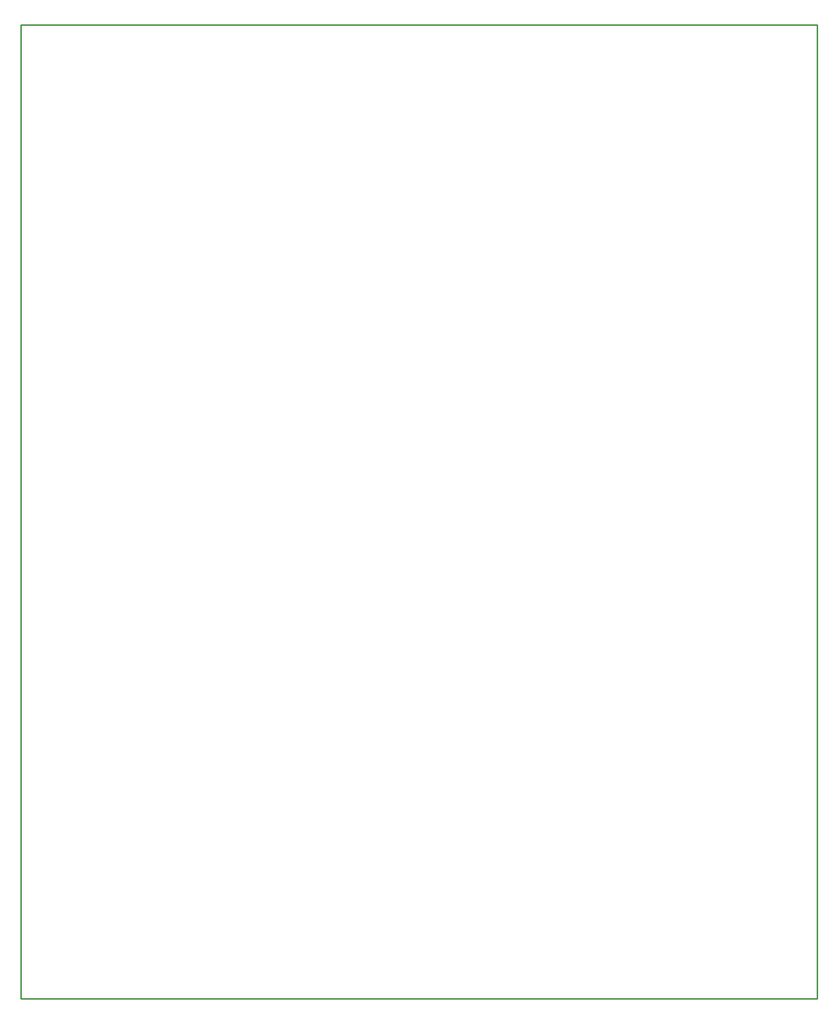
<source format=gbr>
G04 EAGLE Gerber RS-274X export*
G75*
%MOMM*%
%FSLAX34Y34*%
%LPD*%
%IN*%
%IPPOS*%
%AMOC8*
5,1,8,0,0,1.08239X$1,22.5*%
G01*
%ADD10C,0.254000*%


D10*
X25400Y25400D02*
X1384100Y25400D01*
X1384100Y1685800D01*
X25400Y1685800D01*
X25400Y25400D01*
M02*

</source>
